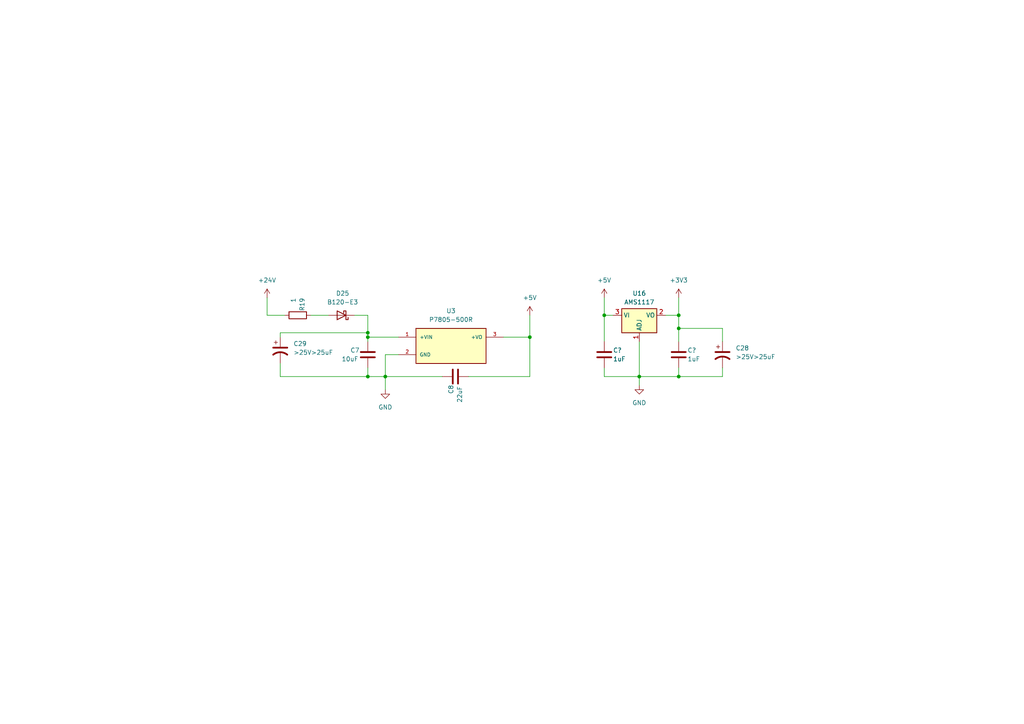
<source format=kicad_sch>
(kicad_sch (version 20230121) (generator eeschema)
  (paper "A4")
  (lib_symbols
    (symbol "Device:C" (pin_numbers hide) (pin_names (offset 0.254))
      (property "Reference" "C" (at 0.635 2.54 0))
      (property "Value" "C" (at 0.635 -2.54 0))
      (symbol "C_0_1"
        (polyline (pts (xy -2.032 -0.762) (xy 2.032 -0.762)) (stroke (width 0.508)))
        (polyline (pts (xy -2.032 0.762) (xy 2.032 0.762)) (stroke (width 0.508)))
      )
      (symbol "C_1_1"
        (pin passive line (at 0 3.81 270) (length 2.794) (name "~") (number "1"))
        (pin passive line (at 0 -3.81 90) (length 2.794) (name "~") (number "2"))
      )
    )
    (symbol "Device:C_Polarized_US" (pin_numbers hide) (pin_names (offset 0.254) hide)
      (property "Reference" "C" (at 0.635 2.54 0))
      (property "Value" "C_Polarized_US" (at 0.635 -2.54 0))
      (symbol "C_Polarized_US_0_1"
        (polyline (pts (xy -2.032 0.762) (xy 2.032 0.762)) (stroke (width 0.508)))
        (polyline (pts (xy -1.778 2.286) (xy -0.762 2.286)))
        (polyline (pts (xy -1.27 1.778) (xy -1.27 2.794)))
        (arc (start 2.032 -1.27) (mid 0 -0.5572) (end -2.032 -1.27) (stroke (width 0.508)))
      )
      (symbol "C_Polarized_US_1_1"
        (pin passive line (at 0 3.81 270) (length 2.794) (name "~") (number "1"))
        (pin passive line (at 0 -3.81 90) (length 3.302) (name "~") (number "2"))
      )
    )
    (symbol "Device:R" (pin_numbers hide) (pin_names (offset 0))
      (property "Reference" "R" (at 2.032 0 90))
      (property "Value" "R" (at 0 0 90))
      (symbol "R_0_1"
        (rectangle (start -1.016 -2.54) (end 1.016 2.54) (stroke (width 0.254)))
      )
      (symbol "R_1_1"
        (pin passive line (at 0 3.81 270) (length 1.27) (name "~") (number "1"))
        (pin passive line (at 0 -3.81 90) (length 1.27) (name "~") (number "2"))
      )
    )
    (symbol "Diode:B120-E3" (pin_numbers hide) (pin_names hide)
      (property "Reference" "D" (at 0 2.54 0))
      (property "Value" "B120-E3" (at 0 -2.54 0))
      (symbol "B120-E3_0_1"
        (polyline (pts (xy 1.27 0) (xy -1.27 0)))
        (polyline (pts (xy 1.27 1.27) (xy 1.27 -1.27) (xy -1.27 0) (xy 1.27 1.27)) (stroke (width 0.254)))
        (polyline (pts (xy -1.905 0.635) (xy -1.905 1.27) (xy -1.27 1.27) (xy -1.27 -1.27) (xy -0.635 -1.27) (xy -0.635 -0.635)) (stroke (width 0.254)))
      )
      (symbol "B120-E3_1_1"
        (pin passive line (at -3.81 0 0) (length 2.54) (name "K") (number "1"))
        (pin passive line (at 3.81 0 180) (length 2.54) (name "A") (number "2"))
      )
    )
    (symbol "P7805-500R:P7805-500R" (pin_names (offset 1.016))
      (property "Reference" "U" (at -10.16 5.842 0))
      (property "Value" "P7805-500R" (at -10.414 -7.874 0))
      (symbol "P7805-500R_0_0"
        (rectangle (start -10.16 -5.08) (end 10.16 5.08) (stroke (width 0.254)) (fill (type background)))
        (pin input line (at -15.24 2.54 0) (length 5.08) (name "+VIN") (number "1"))
        (pin power_in line (at -15.24 -2.54 0) (length 5.08) (name "GND") (number "2"))
        (pin output line (at 15.24 2.54 180) (length 5.08) (name "+VO") (number "3"))
      )
    )
    (symbol "Regulator_Linear:AMS1117"
      (property "Reference" "U" (at -3.81 3.175 0))
      (property "Value" "AMS1117" (at 0 3.175 0))
      (symbol "AMS1117_0_1"
        (rectangle (start -5.08 -5.08) (end 5.08 1.905) (stroke (width 0.254)) (fill (type background)))
      )
      (symbol "AMS1117_1_1"
        (pin input line (at 0 -7.62 90) (length 2.54) (name "ADJ") (number "1"))
        (pin power_out line (at 7.62 0 180) (length 2.54) (name "VO") (number "2"))
        (pin power_in line (at -7.62 0 0) (length 2.54) (name "VI") (number "3"))
      )
    )
    (symbol "power:+24V" (power) (pin_names (offset 0))
      (property "Value" "+24V" (at 0 3.556 0))
      (symbol "+24V_0_1"
        (polyline (pts (xy -0.762 1.27) (xy 0 2.54)))
        (polyline (pts (xy 0 0) (xy 0 2.54)))
        (polyline (pts (xy 0 2.54) (xy 0.762 1.27)))
      )
      (symbol "+24V_1_1"
        (pin power_in line (at 0 0 90) (length 0) hide (name "+24V") (number "1"))
      )
    )
    (symbol "power:+3V3" (power) (pin_names (offset 0))
      (property "Value" "+3V3" (at 0 3.556 0))
      (symbol "+3V3_0_1"
        (polyline (pts (xy -0.762 1.27) (xy 0 2.54)))
        (polyline (pts (xy 0 0) (xy 0 2.54)))
        (polyline (pts (xy 0 2.54) (xy 0.762 1.27)))
      )
      (symbol "+3V3_1_1"
        (pin power_in line (at 0 0 90) (length 0) hide (name "+3V3") (number "1"))
      )
    )
    (symbol "power:+5V" (power) (pin_names (offset 0))
      (property "Value" "+5V" (at 0 3.556 0))
      (symbol "+5V_0_1"
        (polyline (pts (xy -0.762 1.27) (xy 0 2.54)))
        (polyline (pts (xy 0 0) (xy 0 2.54)))
        (polyline (pts (xy 0 2.54) (xy 0.762 1.27)))
      )
      (symbol "+5V_1_1"
        (pin power_in line (at 0 0 90) (length 0) hide (name "+5V") (number "1"))
      )
    )
    (symbol "power:GND" (power) (pin_names (offset 0))
      (property "Value" "GND" (at 0 -3.81 0))
      (symbol "GND_0_1"
        (polyline (pts (xy 0 0) (xy 0 -1.27) (xy 1.27 -1.27) (xy 0 -2.54) (xy -1.27 -1.27) (xy 0 -1.27)))
      )
      (symbol "GND_1_1"
        (pin power_in line (at 0 0 270) (length 0) hide (name "GND") (number "1"))
      )
    )
  )
  (junction (at 185.42 109.22))
  (junction (at 106.68 96.52))
  (junction (at 196.85 91.44))
  (junction (at 111.76 109.22))
  (junction (at 175.26 91.44))
  (junction (at 196.85 95.25))
  (junction (at 106.68 97.79))
  (junction (at 153.67 97.79))
  (junction (at 196.85 109.22))
  (junction (at 106.68 109.22))
  (wire (pts (xy 209.55 106.68) (xy 209.55 109.22)))
  (wire (pts (xy 111.76 102.87) (xy 111.76 109.22)))
  (wire (pts (xy 196.85 95.25) (xy 209.55 95.25)))
  (wire (pts (xy 153.67 91.44) (xy 153.67 97.79)))
  (wire (pts (xy 153.67 97.79) (xy 153.67 109.22)))
  (wire (pts (xy 90.17 91.44) (xy 95.25 91.44)))
  (wire (pts (xy 102.87 91.44) (xy 106.68 91.44)))
  (wire (pts (xy 106.68 97.79) (xy 106.68 99.06)))
  (wire (pts (xy 146.05 97.79) (xy 153.67 97.79)))
  (wire (pts (xy 106.68 97.79) (xy 115.57 97.79)))
  (wire (pts (xy 115.57 102.87) (xy 111.76 102.87)))
  (wire (pts (xy 106.68 91.44) (xy 106.68 96.52)))
  (wire (pts (xy 196.85 86.36) (xy 196.85 91.44)))
  (wire (pts (xy 77.47 91.44) (xy 82.55 91.44)))
  (wire (pts (xy 135.89 109.22) (xy 153.67 109.22)))
  (wire (pts (xy 81.28 105.41) (xy 81.28 109.22)))
  (wire (pts (xy 175.26 91.44) (xy 177.8 91.44)))
  (wire (pts (xy 209.55 99.06) (xy 209.55 95.25)))
  (wire (pts (xy 175.26 109.22) (xy 185.42 109.22)))
  (wire (pts (xy 196.85 91.44) (xy 196.85 95.25)))
  (wire (pts (xy 106.68 106.68) (xy 106.68 109.22)))
  (wire (pts (xy 175.26 91.44) (xy 175.26 99.06)))
  (wire (pts (xy 81.28 97.79) (xy 81.28 96.52)))
  (wire (pts (xy 185.42 109.22) (xy 196.85 109.22)))
  (wire (pts (xy 196.85 95.25) (xy 196.85 99.06)))
  (wire (pts (xy 77.47 86.36) (xy 77.47 91.44)))
  (wire (pts (xy 106.68 96.52) (xy 106.68 97.79)))
  (wire (pts (xy 106.68 109.22) (xy 81.28 109.22)))
  (wire (pts (xy 106.68 109.22) (xy 111.76 109.22)))
  (wire (pts (xy 175.26 106.68) (xy 175.26 109.22)))
  (wire (pts (xy 196.85 109.22) (xy 209.55 109.22)))
  (wire (pts (xy 81.28 96.52) (xy 106.68 96.52)))
  (wire (pts (xy 185.42 99.06) (xy 185.42 109.22)))
  (wire (pts (xy 193.04 91.44) (xy 196.85 91.44)))
  (wire (pts (xy 111.76 109.22) (xy 111.76 113.03)))
  (wire (pts (xy 196.85 109.22) (xy 196.85 106.68)))
  (wire (pts (xy 111.76 109.22) (xy 128.27 109.22)))
  (wire (pts (xy 185.42 109.22) (xy 185.42 111.76)))
  (wire (pts (xy 175.26 86.36) (xy 175.26 91.44)))
  (symbol (lib_id "Diode:B120-E3") (at 99.06 91.44 180) (unit 1)
    (property "Reference" "D25" (at 99.3775 85.09 0))
    (property "Value" "B120-E3" (at 99.3775 87.63 0))
    (property "Footprint" "Diode_SMD:D_SMA" (effects hide))
    (property "Datasheet" "http://www.vishay.com/docs/88946/b120.pdf" (effects hide))
    (instances (project "LanderControl" (path "" (reference "D25") (unit 1)) (path "" (reference "D27") (unit 1))))
  )
  (symbol (lib_id "power:+5V") (at 175.26 86.36 0) (unit 1)
    (property "Reference" "#PWR029" (effects hide))
    (property "Value" "+5V" (at 175.26 81.28 0))
  )
  (symbol (lib_id "power:GND") (at 185.42 111.76 0) (unit 1)
    (property "Reference" "#PWR030" (effects hide))
    (property "Value" "GND" (at 185.42 116.84 0))
  )
  (symbol (lib_id "power:+5V") (at 153.67 91.44 0) (unit 1)
    (property "Reference" "#PWR028" (effects hide))
    (property "Value" "+5V" (at 153.67 86.36 0))
  )
  (symbol (lib_id "power:+3V3") (at 196.85 86.36 0) (unit 1)
    (property "Reference" "#PWR?" (effects hide))
    (property "Value" "+3V3" (at 196.85 81.28 0))
    (instances (project "LanderControl" (path "" (reference "#PWR?") (unit 1)) (path "" (reference "#PWR031") (unit 1))))
  )
  (symbol (lib_id "Device:C") (at 106.68 102.87 0) (unit 1)
    (property "Reference" "C7" (at 101.6 101.6 0) (effects (justify left)))
    (property "Value" "10uF" (at 99.06 104.14 0) (effects (justify left)))
    (property "Footprint" "Capacitor_SMD:C_2220_5650Metric" (effects hide))
    (property "Datasheet" "https://datasheet.octopart.com/22201C106MAT2A-AVX-datasheet-50865067.pdf" (effects hide))
    (property "PN" "22201C106MAT2A" (effects hide))
  )
  (symbol (lib_id "Device:C") (at 132.08 109.22 90) (unit 1)
    (property "Reference" "C8" (at 130.81 114.3 0) (effects (justify left)))
    (property "Value" "22uF" (at 133.35 116.84 0) (effects (justify left)))
    (property "Footprint" "Capacitor_SMD:C_1210_3225Metric" (effects hide))
    (property "Datasheet" "https://datasheet.octopart.com/GRM32ER71E226KE15L-Murata-datasheet-165579666.pdf" (effects hide))
    (property "PN" "GRM32ER71E226KE15L" (effects hide))
  )
  (symbol (lib_id "P7805-500R:P7805-500R") (at 130.81 100.33 0) (unit 1)
    (property "Reference" "U3" (at 130.81 90.17 0))
    (property "Value" "P7805-500R" (at 130.81 92.71 0))
    (property "Footprint" "CONV_P7805-500R" (effects hide))
    (property "PARTREV" "1.0" (effects hide))
    (property "SNAPEDA_PN" "P7803-500 R" (effects hide))
    (property "STANDARD" "Manufacturer Recommendations" (effects hide))
    (property "MAXIMUM_PACKAGE_HEIGHT" "9mm" (effects hide))
    (property "MANUFACTURER" "CUI Inc" (effects hide))
  )
  (symbol (lib_id "power:GND") (at 111.76 113.03 0) (unit 1)
    (property "Reference" "#PWR027" (effects hide))
    (property "Value" "GND" (at 111.76 118.11 0))
  )
  (symbol (lib_id "Device:C_Polarized_US") (at 81.28 101.6 0) (unit 1)
    (property "Reference" "C29" (at 85.09 99.695 0) (effects (justify left)))
    (property "Value" ">25V>25uF" (at 85.09 102.235 0) (effects (justify left)))
    (property "Footprint" "Capacitor_SMD:CP_Elec_6.3x4.9" (effects hide))
  )
  (symbol (lib_id "power:+24V") (at 77.47 86.36 0) (unit 1)
    (property "Reference" "#PWR026" (effects hide))
    (property "Value" "+24V" (at 77.47 81.28 0))
  )
  (symbol (lib_id "Device:R") (at 86.36 91.44 270) (unit 1)
    (property "Reference" "R19" (at 87.63 86.36 0) (effects (justify left)))
    (property "Value" "1" (at 85.09 86.36 0) (effects (justify left)))
    (property "Footprint" "Resistor_SMD:R_1206_3216Metric" (effects hide))
    (property "Datasheet" "https://datasheet.octopart.com/CRGCQ1206J2R2-TE-Connectivity-datasheet-114679081.pdf" (effects hide))
    (property "PN" "CRGCQ1206J2R2" (effects hide))
  )
  (symbol (lib_id "Regulator_Linear:AMS1117") (at 185.42 91.44 0) (unit 1)
    (property "Reference" "U16" (at 185.42 85.09 0))
    (property "Value" "AMS1117" (at 185.42 87.63 0))
    (property "Footprint" "Package_TO_SOT_SMD:SOT-223-3_TabPin2" (effects hide))
    (property "Datasheet" "http://www.advanced-monolithic.com/pdf/ds1117.pdf" (effects hide))
  )
  (symbol (lib_id "Device:C_Polarized_US") (at 209.55 102.87 0) (unit 1)
    (property "Reference" "C28" (at 213.36 100.965 0) (effects (justify left)))
    (property "Value" ">25V>25uF" (at 213.36 103.505 0) (effects (justify left)))
    (property "Footprint" "Capacitor_SMD:CP_Elec_6.3x4.9" (effects hide))
  )
  (symbol (lib_id "Device:C") (at 196.85 102.87 0) (unit 1)
    (property "Reference" "C?" (at 199.39 101.6 0) (effects (justify left)))
    (property "Value" "1uF" (at 199.39 104.14 0) (effects (justify left)))
    (property "Footprint" "Capacitor_SMD:C_0805_2012Metric" (effects hide))
    (instances (project "LanderControl" (path "" (reference "C?") (unit 1)) (path "" (reference "C10") (unit 1))))
  )
  (symbol (lib_id "Device:C") (at 175.26 102.87 0) (unit 1)
    (property "Reference" "C?" (at 177.8 101.6 0) (effects (justify left)))
    (property "Value" "1uF" (at 177.8 104.14 0) (effects (justify left)))
    (property "Footprint" "Capacitor_SMD:C_0805_2012Metric" (effects hide))
    (instances (project "LanderControl" (path "" (reference "C?") (unit 1)) (path "" (reference "C9") (unit 1))))
  )
)
</source>
